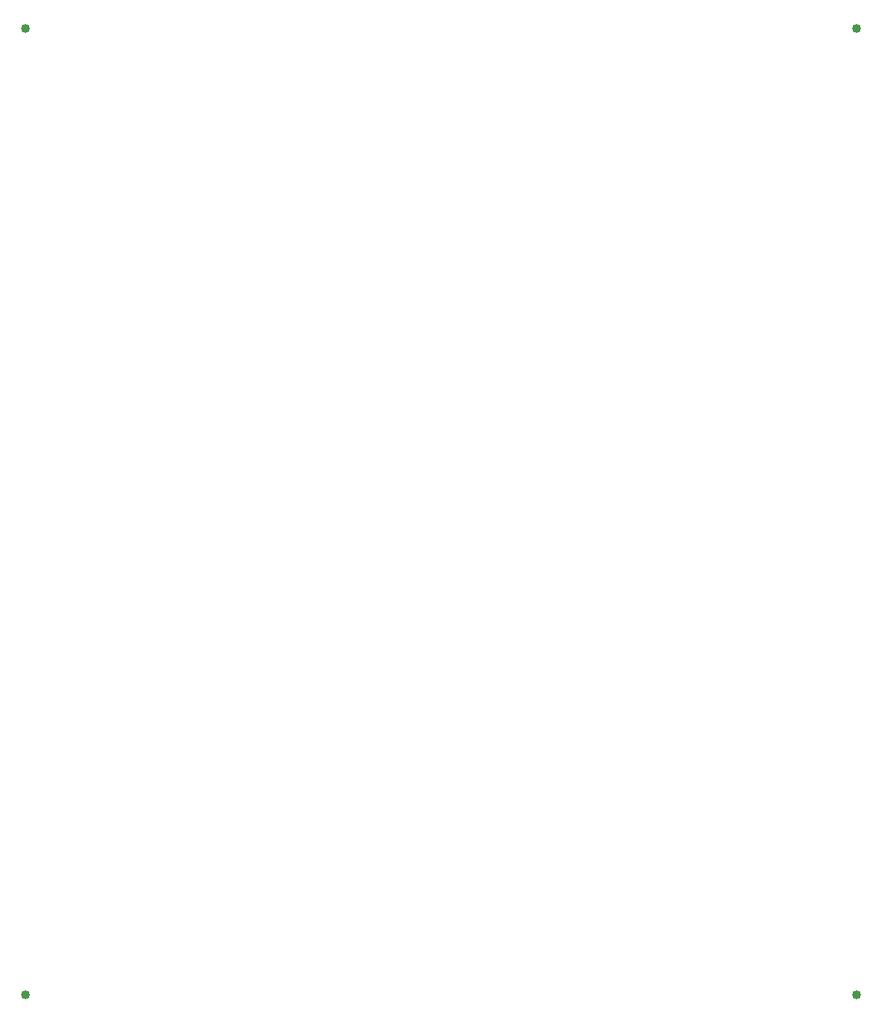
<source format=gbr>
%TF.GenerationSoftware,Altium Limited,Altium Designer,24.4.1 (13)*%
G04 Layer_Physical_Order=1*
G04 Layer_Color=255*
%FSLAX45Y45*%
%MOMM*%
%TF.SameCoordinates,8A7C2A8E-E69E-4B29-94BC-9739BFB7EBFE*%
%TF.FilePolarity,Positive*%
%TF.FileFunction,Copper,L1,Top,Signal*%
%TF.Part,Single*%
G01*
G75*
%TA.AperFunction,ViaPad*%
%ADD10C,1.01600*%
D10*
X7112000Y1524000D02*
D03*
X16510001D02*
D03*
X7112000Y12446000D02*
D03*
X16510001D02*
D03*
%TF.MD5,23643ccfa732abc93967b10c566523e5*%
M02*

</source>
